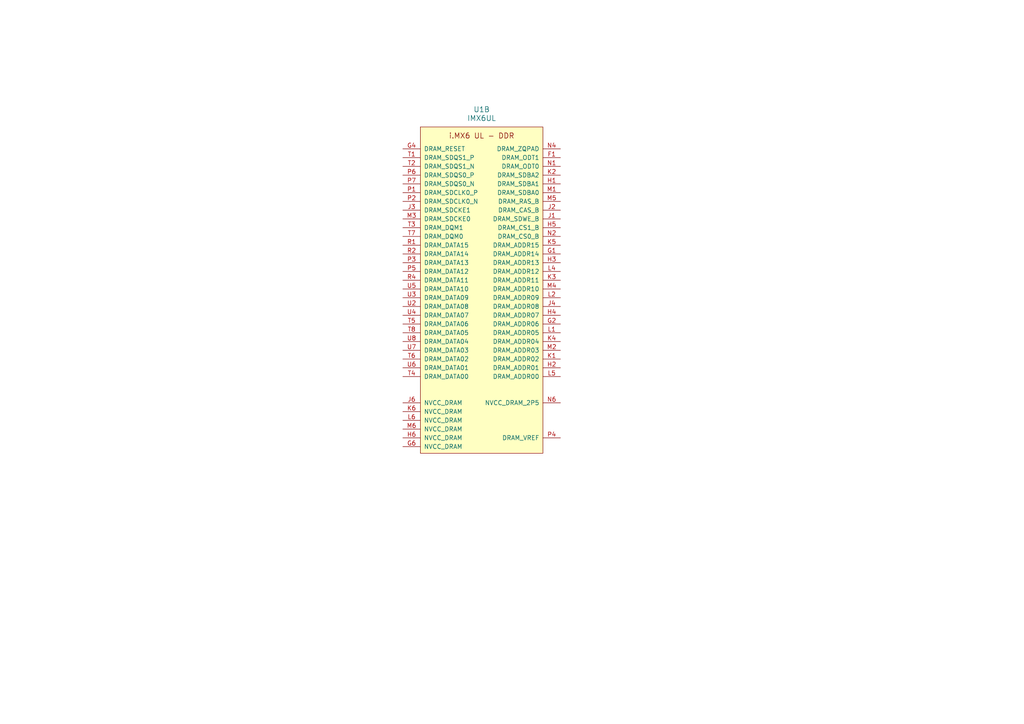
<source format=kicad_sch>
(kicad_sch (version 20231120) (generator "eeschema") (generator_version "8.0")
  (paper "A4")
  (lib_symbols
    (symbol "iMX6ULL_TestBoard:IMX6UL" (pin_names (offset 1.016))
      (property "Reference" "U" (at 0 5.08 0))
      (property "Value" "IMX6UL" (at 0 2.54 0))
      (symbol "IMX6UL_1_0"
        (rectangle (start -29.21 0) (end 29.21 -83.82) (fill (type background)))
        (rectangle (start -7.62 -8.89) (end 7.62 -13.97) (stroke (width 0.3048)))
        (rectangle (start -5.715 -78.105) (end 5.715 -81.915) (stroke (width 0.3048)))
        (rectangle (start -5.715 -55.245) (end 4.445 -59.055) (stroke (width 0.3048)))
        (rectangle (start -5.715 -48.895) (end 4.445 -52.705) (stroke (width 0.3048)))
        (polyline (pts (xy -14.605 -80.01) (xy -5.715 -80.01)) (stroke (width 0.3048)))
        (polyline (pts (xy -7.62 -11.43) (xy -15.24 -11.43)) (stroke (width 0.3048)))
        (polyline (pts (xy -5.715 -50.8) (xy -15.875 -50.8)) (stroke (width 0.3048)))
        (polyline (pts (xy 4.445 -57.15) (xy 17.78 -57.15)) (stroke (width 0.3048)))
        (polyline (pts (xy 4.445 -50.8) (xy 13.335 -50.8)) (stroke (width 0.3048)))
        (polyline (pts (xy 5.715 -80.01) (xy 13.335 -80.01)) (stroke (width 0.3048)))
        (polyline (pts (xy 7.62 -11.43) (xy 12.7 -11.43)) (stroke (width 0.3048)))
        (polyline (pts (xy -11.43 -50.8) (xy -11.43 -57.15) (xy -5.715 -57.15)) (stroke (width 0.3048)))
        (polyline (pts (xy 10.16 -11.43) (xy 10.16 -36.83) (xy 12.7 -36.83)) (stroke (width 0.3048)))
        (polyline (pts (xy -16.51 -3.81) (xy -15.24 -3.81) (xy -15.24 -19.05) (xy -16.51 -19.05)) (stroke (width 0.3048)))
        (polyline (pts (xy -7.62 -11.43) (xy -8.89 -12.065) (xy -8.89 -10.795) (xy -7.62 -11.43)) (stroke (width 0.3048)) (fill (type outline)))
        (polyline (pts (xy -6.985 -56.515) (xy -6.985 -57.785) (xy -5.715 -57.15) (xy -6.985 -56.515)) (stroke (width 0.3048)) (fill (type outline)))
        (polyline (pts (xy -5.715 -80.01) (xy -6.985 -80.645) (xy -6.985 -79.375) (xy -5.715 -80.01)) (stroke (width 0.3048)) (fill (type outline)))
        (polyline (pts (xy -5.715 -50.8) (xy -6.985 -50.165) (xy -6.985 -51.435) (xy -5.715 -50.8)) (stroke (width 0.3048)) (fill (type outline)))
        (polyline (pts (xy 13.335 -80.01) (xy 12.065 -79.375) (xy 12.065 -80.645) (xy 13.335 -80.01)) (stroke (width 0.3048)) (fill (type outline)))
        (polyline (pts (xy 13.335 -50.8) (xy 12.065 -51.435) (xy 12.065 -50.165) (xy 13.335 -50.8)) (stroke (width 0.3048)) (fill (type outline)))
        (polyline (pts (xy 13.97 -36.83) (xy 12.7 -37.465) (xy 12.7 -36.195) (xy 13.97 -36.83)) (stroke (width 0.3048)) (fill (type outline)))
        (polyline (pts (xy 13.97 -11.43) (xy 12.7 -12.065) (xy 12.7 -10.795) (xy 13.97 -11.43)) (stroke (width 0.3048)) (fill (type outline)))
        (polyline (pts (xy 15.24 -31.75) (xy 13.97 -31.75) (xy 13.97 -41.91) (xy 15.24 -41.91)) (stroke (width 0.3048)))
        (polyline (pts (xy 15.24 -3.81) (xy 13.97 -3.81) (xy 13.97 -29.21) (xy 15.24 -29.21)) (stroke (width 0.3048)))
        (polyline (pts (xy 17.78 -57.15) (xy 16.51 -56.515) (xy 16.51 -57.785) (xy 17.78 -57.15)) (stroke (width 0.3048)) (fill (type outline)))
        (polyline (pts (xy 14.605 -49.53) (xy 13.335 -49.53) (xy 13.335 -53.975) (xy 13.335 -54.61) (xy 14.605 -54.61)) (stroke (width 0.3048)))
        (text "i.MX6 UL - POWER" (at 0 -2.54 0) (effects (font (size 1.524 1.524))))
      )
      (symbol "IMX6UL_1_1"
        (text "LDO_1P1" (at -0.635 -57.15 0) (effects (font (size 1.27 1.27))))
        (text "LDO_2P5" (at -0.635 -50.8 0) (effects (font (size 1.27 1.27))))
        (text "LDO_ARM_SOC" (at 0 -11.43 0) (effects (font (size 1.27 1.27))))
        (text "LDO_SNVS" (at 0 -80.01 0) (effects (font (size 1.27 1.27))))
        (pin power_out line (at 34.29 -40.64 180) (length 5.08) (name "VDD_ARM_CAP") (number "G10"))
        (pin power_out line (at 34.29 -35.56 180) (length 5.08) (name "VDD_ARM_CAP") (number "G11"))
        (pin power_out line (at 34.29 -5.08 180) (length 5.08) (name "VDD_SOC_CAP") (number "G8"))
        (pin power_out line (at 34.29 -33.02 180) (length 5.08) (name "VDD_ARM_CAP") (number "G9"))
        (pin power_in line (at -34.29 -7.62 0) (length 5.08) (name "VDD_SOC_IN") (number "H10"))
        (pin power_out line (at 34.29 -38.1 180) (length 5.08) (name "VDD_ARM_CAP") (number "H11"))
        (pin power_out line (at 34.29 -17.78 180) (length 5.08) (name "VDD_SOC_CAP") (number "H8"))
        (pin power_in line (at -34.29 -5.08 0) (length 5.08) (name "VDD_SOC_IN") (number "H9"))
        (pin power_in line (at -34.29 -10.16 0) (length 5.08) (name "VDD_SOC_IN") (number "J10"))
        (pin power_out line (at 34.29 -12.7 180) (length 5.08) (name "VDD_SOC_CAP") (number "J11"))
        (pin power_out line (at 34.29 -20.32 180) (length 5.08) (name "VDD_SOC_CAP") (number "J8"))
        (pin power_in line (at -34.29 -15.24 0) (length 5.08) (name "VDD_SOC_IN") (number "J9"))
        (pin power_in line (at -34.29 -12.7 0) (length 5.08) (name "VDD_SOC_IN") (number "K10"))
        (pin power_out line (at 34.29 -15.24 180) (length 5.08) (name "VDD_SOC_CAP") (number "K11"))
        (pin power_out line (at 34.29 -22.86 180) (length 5.08) (name "VDD_SOC_CAP") (number "K8"))
        (pin power_in line (at -34.29 -17.78 0) (length 5.08) (name "VDD_SOC_IN") (number "K9"))
        (pin power_out line (at 34.29 -10.16 180) (length 5.08) (name "VDD_SOC_CAP") (number "L10"))
        (pin power_out line (at 34.29 -27.94 180) (length 5.08) (name "VDD_SOC_CAP") (number "L11"))
        (pin power_out line (at 34.29 -25.4 180) (length 5.08) (name "VDD_SOC_CAP") (number "L8"))
        (pin power_out line (at 34.29 -7.62 180) (length 5.08) (name "VDD_SOC_CAP") (number "L9"))
        (pin power_out line (at 34.29 -80.01 180) (length 5.08) (name "VDD_SNVS_CAP") (number "N12"))
        (pin power_in line (at -34.29 -50.8 0) (length 5.08) (name "VDD_HIGH_IN") (number "N13"))
        (pin power_in line (at -34.29 -80.01 0) (length 5.08) (name "VDD_SNVS_IN") (number "P12"))
        (pin power_out line (at 34.29 -57.15 180) (length 5.08) (name "NVCC_PLL") (number "P13"))
        (pin power_out line (at 34.29 -53.34 180) (length 5.08) (name "VDD_HIGH_CAP") (number "R14"))
        (pin power_out line (at 34.29 -50.8 180) (length 5.08) (name "VDD_HIGH_CAP") (number "R15"))
      )
      (symbol "IMX6UL_2_0"
        (rectangle (start -17.78 0) (end 17.78 -94.615) (fill (type background)))
        (text "i.MX6 UL - DDR" (at 0 -2.54 0) (effects (font (size 1.524 1.524))))
      )
      (symbol "IMX6UL_2_1"
        (pin input line (at 22.86 -8.89 180) (length 5.08) (name "DRAM_ODT1") (number "F1"))
        (pin input line (at 22.86 -36.83 180) (length 5.08) (name "DRAM_ADDR14") (number "G1"))
        (pin input line (at 22.86 -57.15 180) (length 5.08) (name "DRAM_ADDR06") (number "G2"))
        (pin input line (at -22.86 -6.35 0) (length 5.08) (name "DRAM_RESET") (number "G4"))
        (pin power_in line (at -22.86 -92.71 0) (length 5.08) (name "NVCC_DRAM") (number "G6"))
        (pin input line (at 22.86 -16.51 180) (length 5.08) (name "DRAM_SDBA1") (number "H1"))
        (pin input line (at 22.86 -69.85 180) (length 5.08) (name "DRAM_ADDR01") (number "H2"))
        (pin input line (at 22.86 -39.37 180) (length 5.08) (name "DRAM_ADDR13") (number "H3"))
        (pin input line (at 22.86 -54.61 180) (length 5.08) (name "DRAM_ADDR07") (number "H4"))
        (pin input line (at 22.86 -29.21 180) (length 5.08) (name "DRAM_CS1_B") (number "H5"))
        (pin power_in line (at -22.86 -90.17 0) (length 5.08) (name "NVCC_DRAM") (number "H6"))
        (pin input line (at 22.86 -26.67 180) (length 5.08) (name "DRAM_SDWE_B") (number "J1"))
        (pin input line (at 22.86 -24.13 180) (length 5.08) (name "DRAM_CAS_B") (number "J2"))
        (pin input line (at -22.86 -24.13 0) (length 5.08) (name "DRAM_SDCKE1") (number "J3"))
        (pin input line (at 22.86 -52.07 180) (length 5.08) (name "DRAM_ADDR08") (number "J4"))
        (pin power_in line (at -22.86 -80.01 0) (length 5.08) (name "NVCC_DRAM") (number "J6"))
        (pin input line (at 22.86 -67.31 180) (length 5.08) (name "DRAM_ADDR02") (number "K1"))
        (pin input line (at 22.86 -13.97 180) (length 5.08) (name "DRAM_SDBA2") (number "K2"))
        (pin input line (at 22.86 -44.45 180) (length 5.08) (name "DRAM_ADDR11") (number "K3"))
        (pin input line (at 22.86 -62.23 180) (length 5.08) (name "DRAM_ADDR04") (number "K4"))
        (pin input line (at 22.86 -34.29 180) (length 5.08) (name "DRAM_ADDR15") (number "K5"))
        (pin power_in line (at -22.86 -82.55 0) (length 5.08) (name "NVCC_DRAM") (number "K6"))
        (pin input line (at 22.86 -59.69 180) (length 5.08) (name "DRAM_ADDR05") (number "L1"))
        (pin input line (at 22.86 -49.53 180) (length 5.08) (name "DRAM_ADDR09") (number "L2"))
        (pin input line (at 22.86 -41.91 180) (length 5.08) (name "DRAM_ADDR12") (number "L4"))
        (pin input line (at 22.86 -72.39 180) (length 5.08) (name "DRAM_ADDR00") (number "L5"))
        (pin power_in line (at -22.86 -85.09 0) (length 5.08) (name "NVCC_DRAM") (number "L6"))
        (pin input line (at 22.86 -19.05 180) (length 5.08) (name "DRAM_SDBA0") (number "M1"))
        (pin input line (at 22.86 -64.77 180) (length 5.08) (name "DRAM_ADDR03") (number "M2"))
        (pin input line (at -22.86 -26.67 0) (length 5.08) (name "DRAM_SDCKE0") (number "M3"))
        (pin input line (at 22.86 -46.99 180) (length 5.08) (name "DRAM_ADDR10") (number "M4"))
        (pin input line (at 22.86 -21.59 180) (length 5.08) (name "DRAM_RAS_B") (number "M5"))
        (pin power_in line (at -22.86 -87.63 0) (length 5.08) (name "NVCC_DRAM") (number "M6"))
        (pin input line (at 22.86 -11.43 180) (length 5.08) (name "DRAM_ODT0") (number "N1"))
        (pin input line (at 22.86 -31.75 180) (length 5.08) (name "DRAM_CS0_B") (number "N2"))
        (pin input line (at 22.86 -6.35 180) (length 5.08) (name "DRAM_ZQPAD") (number "N4"))
        (pin power_in line (at 22.86 -80.01 180) (length 5.08) (name "NVCC_DRAM_2P5") (number "N6"))
        (pin input line (at -22.86 -19.05 0) (length 5.08) (name "DRAM_SDCLK0_P") (number "P1"))
        (pin input line (at -22.86 -21.59 0) (length 5.08) (name "DRAM_SDCLK0_N") (number "P2"))
        (pin input line (at -22.86 -39.37 0) (length 5.08) (name "DRAM_DATA13") (number "P3"))
        (pin input line (at 22.86 -90.17 180) (length 5.08) (name "DRAM_VREF") (number "P4"))
        (pin input line (at -22.86 -41.91 0) (length 5.08) (name "DRAM_DATA12") (number "P5"))
        (pin input line (at -22.86 -13.97 0) (length 5.08) (name "DRAM_SDQS0_P") (number "P6"))
        (pin input line (at -22.86 -16.51 0) (length 5.08) (name "DRAM_SDQS0_N") (number "P7"))
        (pin input line (at -22.86 -34.29 0) (length 5.08) (name "DRAM_DATA15") (number "R1"))
        (pin input line (at -22.86 -36.83 0) (length 5.08) (name "DRAM_DATA14") (number "R2"))
        (pin input line (at -22.86 -44.45 0) (length 5.08) (name "DRAM_DATA11") (number "R4"))
        (pin input line (at -22.86 -8.89 0) (length 5.08) (name "DRAM_SDQS1_P") (number "T1"))
        (pin input line (at -22.86 -11.43 0) (length 5.08) (name "DRAM_SDQS1_N") (number "T2"))
        (pin input line (at -22.86 -29.21 0) (length 5.08) (name "DRAM_DQM1") (number "T3"))
        (pin input line (at -22.86 -72.39 0) (length 5.08) (name "DRAM_DATA00") (number "T4"))
        (pin input line (at -22.86 -57.15 0) (length 5.08) (name "DRAM_DATA06") (number "T5"))
        (pin input line (at -22.86 -67.31 0) (length 5.08) (name "DRAM_DATA02") (number "T6"))
        (pin input line (at -22.86 -31.75 0) (length 5.08) (name "DRAM_DQM0") (number "T7"))
        (pin input line (at -22.86 -59.69 0) (length 5.08) (name "DRAM_DATA05") (number "T8"))
        (pin input line (at -22.86 -52.07 0) (length 5.08) (name "DRAM_DATA08") (number "U2"))
        (pin input line (at -22.86 -49.53 0) (length 5.08) (name "DRAM_DATA09") (number "U3"))
        (pin input line (at -22.86 -54.61 0) (length 5.08) (name "DRAM_DATA07") (number "U4"))
        (pin input line (at -22.86 -46.99 0) (length 5.08) (name "DRAM_DATA10") (number "U5"))
        (pin input line (at -22.86 -69.85 0) (length 5.08) (name "DRAM_DATA01") (number "U6"))
        (pin input line (at -22.86 -64.77 0) (length 5.08) (name "DRAM_DATA03") (number "U7"))
        (pin input line (at -22.86 -62.23 0) (length 5.08) (name "DRAM_DATA04") (number "U8"))
      )
      (symbol "IMX6UL_3_0"
        (rectangle (start -16.51 -34.29) (end 16.51 0) (fill (type background)))
        (text "i.MX6 UL - NAND" (at -1.27 -2.54 0) (effects (font (size 1.524 1.524))))
      )
      (symbol "IMX6UL_3_1"
        (pin input line (at -21.59 -16.51 0) (length 5.08) (name "NAND_READY_B") (number "A3"))
        (pin input line (at -21.59 -24.13 0) (length 5.08) (name "NAND_CLE") (number "A4"))
        (pin input line (at 21.59 -11.43 180) (length 5.08) (name "NAND_DATA07") (number "A5"))
        (pin input line (at 21.59 -13.97 180) (length 5.08) (name "NAND_DATA06") (number "A6"))
        (pin input line (at 21.59 -24.13 180) (length 5.08) (name "NAND_DATA02") (number "A7"))
        (pin input line (at -21.59 -31.75 0) (length 5.08) (name "NAND_ALE") (number "B4"))
        (pin input line (at -21.59 -26.67 0) (length 5.08) (name "NAND_CE1_B") (number "B5"))
        (pin input line (at 21.59 -16.51 180) (length 5.08) (name "NAND_DATA05") (number "B6"))
        (pin input line (at 21.59 -26.67 180) (length 5.08) (name "NAND_DATA01") (number "B7"))
        (pin input line (at -21.59 -29.21 0) (length 5.08) (name "NAND_CE0_B") (number "C5"))
        (pin input line (at 21.59 -19.05 180) (length 5.08) (name "NAND_DATA04") (number "C6"))
        (pin input line (at -21.59 -13.97 0) (length 5.08) (name "NAND_WE_B") (number "C8"))
        (pin input line (at -21.59 -11.43 0) (length 5.08) (name "NAND_WP_B") (number "D5"))
        (pin input line (at 21.59 -21.59 180) (length 5.08) (name "NAND_DATA03") (number "D6"))
        (pin input line (at 21.59 -29.21 180) (length 5.08) (name "NAND_DATA00") (number "D7"))
        (pin input line (at -21.59 -19.05 0) (length 5.08) (name "NAND_RE_B") (number "D8"))
        (pin input line (at -21.59 -21.59 0) (length 5.08) (name "NAND_DQS") (number "E6"))
        (pin power_in line (at -21.59 -6.35 0) (length 5.08) (name "NVCC_NAND") (number "E7"))
      )
      (symbol "IMX6UL_4_0"
        (rectangle (start 13.97 -38.1) (end -12.7 0) (fill (type background)))
        (text "i.MX6 UL - CSI" (at 0 -2.54 0) (effects (font (size 1.524 1.524))))
      )
      (symbol "IMX6UL_4_1"
        (pin input line (at 19.05 -6.35 180) (length 5.08) (name "CSI_DATA07") (number "D1"))
        (pin input line (at 19.05 -8.89 180) (length 5.08) (name "CSI_DATA06") (number "D2"))
        (pin input line (at 19.05 -11.43 180) (length 5.08) (name "CSI_DATA05") (number "D3"))
        (pin input line (at 19.05 -13.97 180) (length 5.08) (name "CSI_DATA04") (number "D4"))
        (pin input line (at 19.05 -16.51 180) (length 5.08) (name "CSI_DATA03") (number "E1"))
        (pin input line (at 19.05 -19.05 180) (length 5.08) (name "CSI_DATA02") (number "E2"))
        (pin input line (at 19.05 -21.59 180) (length 5.08) (name "CSI_DATA01") (number "E3"))
        (pin input line (at 19.05 -24.13 180) (length 5.08) (name "CSI_DATA00") (number "E4"))
        (pin input line (at 19.05 -31.75 180) (length 5.08) (name "CSI_PIXCLK") (number "E5"))
        (pin input line (at 19.05 -29.21 180) (length 5.08) (name "CSI_VSYNC") (number "F2"))
        (pin input line (at 19.05 -36.83 180) (length 5.08) (name "CSI_HSYNC") (number "F3"))
        (pin power_in line (at -17.78 -6.35 0) (length 5.08) (name "NVCC_CSI") (number "F4"))
        (pin input line (at 19.05 -34.29 180) (length 5.08) (name "CSI_MCLK") (number "F5"))
      )
      (symbol "IMX6UL_5_0"
        (rectangle (start 12.7 -31.75) (end -12.7 0) (fill (type background)))
        (text "i.MX6 UL - GPIO" (at 0 -2.54 0) (effects (font (size 1.524 1.524))))
      )
      (symbol "IMX6UL_5_1"
        (pin power_in line (at -17.78 -6.35 0) (length 5.08) (name "NVCC_GPIO") (number "J13"))
        (pin input line (at 17.78 -29.21 180) (length 5.08) (name "GPIO1_IO00") (number "K13"))
        (pin input line (at 17.78 -13.97 180) (length 5.08) (name "GPIO1_IO06") (number "K17"))
        (pin input line (at 17.78 -24.13 180) (length 5.08) (name "GPIO1_IO02") (number "L14"))
        (pin input line (at 17.78 -26.67 180) (length 5.08) (name "GPIO1_IO01") (number "L15"))
        (pin input line (at 17.78 -11.43 180) (length 5.08) (name "GPIO1_IO07") (number "L16"))
        (pin input line (at 17.78 -21.59 180) (length 5.08) (name "GPIO1_IO03") (number "L17"))
        (pin input line (at 17.78 -6.35 180) (length 5.08) (name "GPIO1_IO09") (number "M15"))
        (pin input line (at 17.78 -19.05 180) (length 5.08) (name "GPIO1_IO04") (number "M16"))
        (pin input line (at 17.78 -16.51 180) (length 5.08) (name "GPIO1_IO05") (number "M17"))
        (pin input line (at 17.78 -8.89 180) (length 5.08) (name "GPIO1_IO08") (number "N17"))
      )
      (symbol "IMX6UL_6_0"
        (rectangle (start 16.51 -46.99) (end -16.51 0) (fill (type background)))
        (text "i.MX6 UL - LCD" (at 0 -2.54 0) (effects (font (size 1.524 1.524))))
      )
      (symbol "IMX6UL_6_1"
        (pin input line (at -21.59 -29.21 0) (length 5.08) (name "LCD_DATA06") (number "A10"))
        (pin input line (at 21.59 -41.91 180) (length 5.08) (name "LCD_DATA09") (number "A11"))
        (pin input line (at 21.59 -29.21 180) (length 5.08) (name "LCD_DATA14") (number "A12"))
        (pin input line (at 21.59 -19.05 180) (length 5.08) (name "LCD_DATA18") (number "A13"))
        (pin input line (at 21.59 -8.89 180) (length 5.08) (name "LCD_DATA22") (number "A14"))
        (pin input line (at -21.59 -11.43 0) (length 5.08) (name "LCD_CLK") (number "A8"))
        (pin input line (at -21.59 -41.91 0) (length 5.08) (name "LCD_DATA01") (number "A9"))
        (pin input line (at -21.59 -31.75 0) (length 5.08) (name "LCD_DATA05") (number "B10"))
        (pin input line (at 21.59 -44.45 180) (length 5.08) (name "LCD_DATA08") (number "B11"))
        (pin input line (at 21.59 -31.75 180) (length 5.08) (name "LCD_DATA13") (number "B12"))
        (pin input line (at 21.59 -21.59 180) (length 5.08) (name "LCD_DATA17") (number "B13"))
        (pin input line (at 21.59 -11.43 180) (length 5.08) (name "LCD_DATA21") (number "B14"))
        (pin input line (at 21.59 -6.35 180) (length 5.08) (name "LCD_DATA23") (number "B16"))
        (pin input line (at -21.59 -16.51 0) (length 5.08) (name "LCD_ENABLE") (number "B8"))
        (pin input line (at -21.59 -44.45 0) (length 5.08) (name "LCD_DATA00") (number "B9"))
        (pin input line (at -21.59 -34.29 0) (length 5.08) (name "LCD_DATA04") (number "C10"))
        (pin input line (at 21.59 -34.29 180) (length 5.08) (name "LCD_DATA12") (number "C12"))
        (pin input line (at 21.59 -24.13 180) (length 5.08) (name "LCD_DATA16") (number "C13"))
        (pin input line (at 21.59 -13.97 180) (length 5.08) (name "LCD_DATA20") (number "C14"))
        (pin input line (at -21.59 -19.05 0) (length 5.08) (name "LCD_VSYNC") (number "C9"))
        (pin input line (at -21.59 -36.83 0) (length 5.08) (name "LCD_DATA03") (number "D10"))
        (pin input line (at -21.59 -26.67 0) (length 5.08) (name "LCD_DATA07") (number "D11"))
        (pin input line (at 21.59 -36.83 180) (length 5.08) (name "LCD_DATA11") (number "D12"))
        (pin input line (at 21.59 -26.67 180) (length 5.08) (name "LCD_DATA15") (number "D13"))
        (pin input line (at 21.59 -16.51 180) (length 5.08) (name "LCD_DATA19") (number "D14"))
        (pin input line (at -21.59 -21.59 0) (length 5.08) (name "LCD_HSYNC") (number "D9"))
        (pin input line (at -21.59 -39.37 0) (length 5.08) (name "LCD_DATA02") (number "E10"))
        (pin input line (at 21.59 -39.37 180) (length 5.08) (name "LCD_DATA10") (number "E12"))
        (pin power_in line (at -21.59 -6.35 0) (length 5.08) (name "NVCC_LCD") (number "E13"))
        (pin input line (at -21.59 -13.97 0) (length 5.08) (name "LCD_RESET") (number "E9"))
      )
      (symbol "IMX6UL_7_0"
        (rectangle (start -12.7 -24.13) (end -2.54 -29.21) (stroke (width 0.3048)))
        (rectangle (start 15.24 0) (end -13.97 -30.48) (fill (type background)))
        (text "i.MX6 UL - USB" (at 0 -2.54 0) (effects (font (size 1.524 1.524))))
      )
      (symbol "IMX6UL_7_1"
        (polyline (pts (xy -10.16 -17.78) (xy -10.16 -24.13)) (stroke (width 0.3048)))
        (polyline (pts (xy -10.16 -8.255) (xy -10.16 -15.24)) (stroke (width 0.3048)))
        (polyline (pts (xy -7.62 -18.415) (xy -7.62 -24.13)) (stroke (width 0.3048)))
        (polyline (pts (xy -2.54 -26.67) (xy 0 -26.67)) (stroke (width 0.3048)))
        (polyline (pts (xy -10.16 -24.13) (xy -9.525 -22.86) (xy -10.795 -22.86) (xy -10.16 -24.13)) (stroke (width 0.3048)) (fill (type outline)))
        (polyline (pts (xy -7.62 -24.13) (xy -6.985 -22.86) (xy -8.255 -22.86) (xy -7.62 -24.13)) (stroke (width 0.3048)) (fill (type outline)))
        (polyline (pts (xy 0.635 -26.67) (xy -0.635 -27.305) (xy -0.635 -26.035) (xy 0.635 -26.67)) (stroke (width 0.3048)) (fill (type outline)))
        (text "LDO_USB" (at -7.62 -26.67 0) (effects (font (size 1.27 1.27))))
        (pin power_out line (at 20.32 -26.67 180) (length 5.08) (name "VDD_USB_CAP") (number "R12"))
        (pin power_in line (at -19.05 -6.35 0) (length 5.08) (name "USB_OTG1_VBUS") (number "T12"))
        (pin input line (at 20.32 -19.05 180) (length 5.08) (name "USB_OTG2_DN") (number "T13"))
        (pin input line (at 20.32 -11.43 180) (length 5.08) (name "USB_OTG1_DN") (number "T15"))
        (pin power_in line (at -19.05 -16.51 0) (length 5.08) (name "USB_OTG2_VBUS") (number "U12"))
        (pin input line (at 20.32 -21.59 180) (length 5.08) (name "USB_OTG2_DP") (number "U13"))
        (pin input line (at 20.32 -13.97 180) (length 5.08) (name "USB_OTG1_DP") (number "U15"))
        (pin input line (at 20.32 -8.89 180) (length 5.08) (name "USB_OTG1_CHD_B") (number "U16"))
      )
      (symbol "IMX6UL_8_0"
        (rectangle (start 12.7 -20.32) (end -12.7 0) (fill (type background)))
        (text "i.MX6 UL - SD" (at 0 -2.54 0) (effects (font (size 1.524 1.524))))
      )
      (symbol "IMX6UL_8_1"
        (pin input line (at 17.78 -5.08 180) (length 5.08) (name "SD1_DATA3") (number "A2"))
        (pin input line (at 17.78 -7.62 180) (length 5.08) (name "SD1_DATA2") (number "B1"))
        (pin input line (at 17.78 -10.16 180) (length 5.08) (name "SD1_DATA1") (number "B2"))
        (pin input line (at 17.78 -12.7 180) (length 5.08) (name "SD1_DATA0") (number "B3"))
        (pin input line (at 17.78 -17.78 180) (length 5.08) (name "SD1_CLK") (number "C1"))
        (pin input line (at 17.78 -15.24 180) (length 5.08) (name "SD1_CMD") (number "C2"))
        (pin power_in line (at -17.78 -5.08 0) (length 5.08) (name "NVCC_SD1") (number "C4"))
      )
      (symbol "IMX6UL_9_0"
        (rectangle (start -17.78 -31.75) (end 17.78 0) (fill (type background)))
        (text "i.MX6 UL - ETHERNET" (at 0 -2.54 0) (effects (font (size 1.524 1.524))))
      )
      (symbol "IMX6UL_9_1"
        (pin input line (at 22.86 -16.51 180) (length 5.08) (name "ENET2_TX_DATA0") (number "A15"))
        (pin input line (at 22.86 -13.97 180) (length 5.08) (name "ENET2_TX_DATA1") (number "A16"))
        (pin input line (at 22.86 -11.43 180) (length 5.08) (name "ENET2_TX_EN") (number "B15"))
        (pin input line (at 22.86 -24.13 180) (length 5.08) (name "ENET2_RX_EN") (number "B17"))
        (pin input line (at 22.86 -26.67 180) (length 5.08) (name "ENET2_RX_DATA1") (number "C16"))
        (pin input line (at 22.86 -29.21 180) (length 5.08) (name "ENET2_RX_DATA0") (number "C17"))
        (pin input line (at -22.86 -21.59 0) (length 5.08) (name "ENET1_RX_ER") (number "D15"))
        (pin input line (at 22.86 -21.59 180) (length 5.08) (name "ENET2_RX_ER") (number "D16"))
        (pin input line (at 22.86 -19.05 180) (length 5.08) (name "ENET2_TX_CLK") (number "D17"))
        (pin input line (at -22.86 -13.97 0) (length 5.08) (name "ENET1_TX_DATA1") (number "E14"))
        (pin input line (at -22.86 -16.51 0) (length 5.08) (name "ENET1_TX_DATA0") (number "E15"))
        (pin input line (at -22.86 -24.13 0) (length 5.08) (name "ENET1_RX_EN") (number "E16"))
        (pin input line (at -22.86 -26.67 0) (length 5.08) (name "ENET1_RX_DATA1") (number "E17"))
        (pin power_in line (at -22.86 -6.35 0) (length 5.08) (name "NVCC_ENET") (number "F13"))
        (pin input line (at -22.86 -19.05 0) (length 5.08) (name "ENET1_TX_CLK") (number "F14"))
        (pin input line (at -22.86 -11.43 0) (length 5.08) (name "ENET1_TX_EN") (number "F15"))
        (pin input line (at -22.86 -29.21 0) (length 5.08) (name "ENET1_RX_DATA0") (number "F16"))
      )
      (symbol "IMX6UL_10_0"
        (rectangle (start -20.32 0) (end 20.32 -68.58) (fill (type background)))
        (text "i.MX6 UL - CONTROL" (at 0 -2.54 0) (effects (font (size 1.524 1.524))))
      )
      (symbol "IMX6UL_10_1"
        (pin power_in line (at -25.4 -63.5 0) (length 5.08) (name "VDDA_ADC_3P3") (number "L13"))
        (pin power_in line (at -25.4 -66.04 0) (length 5.08) (name "ADC_VREFH") (number "M13"))
        (pin input line (at 25.4 -16.51 180) (length 5.08) (name "JTAG_TCK") (number "M14"))
        (pin input line (at 25.4 -29.21 180) (length 5.08) (name "SNVS_TAMPER7") (number "N10"))
        (pin input line (at 25.4 -31.75 180) (length 5.08) (name "SNVS_TAMPER6") (number "N11"))
        (pin input line (at 25.4 -6.35 180) (length 5.08) (name "JTAG_TRST_B") (number "N14"))
        (pin input line (at 25.4 -11.43 180) (length 5.08) (name "JTAG_TDO") (number "N15"))
        (pin input line (at 25.4 -13.97 180) (length 5.08) (name "JTAG_TDI") (number "N16"))
        (pin input line (at -25.4 -35.56 0) (length 5.08) (name "TEST_MODE") (number "N7"))
        (pin input line (at 25.4 -34.29 180) (length 5.08) (name "SNVS_TAMPER5") (number "N8"))
        (pin input line (at 25.4 -26.67 180) (length 5.08) (name "SNVS_TAMPER8") (number "N9"))
        (pin input line (at 25.4 -39.37 180) (length 5.08) (name "SNVS_TAMPER3") (number "P10"))
        (pin input line (at 25.4 -41.91 180) (length 5.08) (name "SNVS_TAMPER2") (number "P11"))
        (pin input line (at 25.4 -8.89 180) (length 5.08) (name "JTAG_TMS") (number "P14"))
        (pin input line (at 25.4 -19.05 180) (length 5.08) (name "JTAG_MOD") (number "P15"))
        (pin bidirectional line (at 25.4 -57.15 180) (length 5.08) (name "CCM_CLK1_N") (number "P16"))
        (pin bidirectional line (at 25.4 -54.61 180) (length 5.08) (name "CCM_CLK1_P") (number "P17"))
        (pin input line (at -25.4 -20.32 0) (length 5.08) (name "POR_B") (number "P8"))
        (pin input line (at 25.4 -36.83 180) (length 5.08) (name "SNVS_TAMPER4") (number "P9"))
        (pin input line (at 25.4 -46.99 180) (length 5.08) (name "SNVS_TAMPER0") (number "R10"))
        (pin input line (at -25.4 -30.48 0) (length 5.08) (name "GPANIO") (number "R13"))
        (pin input line (at 25.4 -24.13 180) (length 5.08) (name "SNVS_TAMPER9") (number "R6"))
        (pin input line (at -25.4 -22.86 0) (length 5.08) (name "ONOFF") (number "R8"))
        (pin input line (at 25.4 -44.45 180) (length 5.08) (name "SNVS_TAMPER1") (number "R9"))
        (pin input line (at -25.4 -8.89 0) (length 5.08) (name "BOOT_MODE0") (number "T10"))
        (pin input line (at -25.4 -45.72 0) (length 5.08) (name "RTC_XTALI") (number "T11"))
        (pin input line (at -25.4 -57.15 0) (length 5.08) (name "XTALI") (number "T16"))
        (pin input line (at -25.4 -54.61 0) (length 5.08) (name "XTALO") (number "T17"))
        (pin input line (at -25.4 -17.78 0) (length 5.08) (name "SNVS_PMIC_ON_REQ") (number "T9"))
        (pin input line (at -25.4 -6.35 0) (length 5.08) (name "BOOT_MODE1") (number "U10"))
        (pin input line (at -25.4 -43.18 0) (length 5.08) (name "RTC_XTALO") (number "U11"))
        (pin input line (at -25.4 -15.24 0) (length 5.08) (name "CCM_PMIC_STBY_REQ") (number "U9"))
      )
      (symbol "IMX6UL_11_0"
        (rectangle (start -17.78 0) (end 16.51 -57.15) (fill (type background)))
        (text "i.MX6 UL - UART" (at 0 -2.54 0) (effects (font (size 1.524 1.524))))
      )
      (symbol "IMX6UL_11_1"
        (pin input line (at 21.59 -54.61 180) (length 5.08) (name "UART5_TX_DATA") (number "F17"))
        (pin input line (at 21.59 -52.07 180) (length 5.08) (name "UART5_RX_DATA") (number "G13"))
        (pin input line (at 21.59 -34.29 180) (length 5.08) (name "UART3_RTS_B") (number "G14"))
        (pin input line (at 21.59 -44.45 180) (length 5.08) (name "UART4_RX_DATA") (number "G16"))
        (pin input line (at 21.59 -46.99 180) (length 5.08) (name "UART4_TX_DATA") (number "G17"))
        (pin power_in line (at -22.86 -6.35 0) (length 5.08) (name "NVCC_UART") (number "H13"))
        (pin input line (at 21.59 -21.59 180) (length 5.08) (name "UART2_RTS_B") (number "H14"))
        (pin input line (at 21.59 -31.75 180) (length 5.08) (name "UART3_CTS_B") (number "H15"))
        (pin input line (at 21.59 -36.83 180) (length 5.08) (name "UART3_RX_DATA") (number "H16"))
        (pin input line (at 21.59 -39.37 180) (length 5.08) (name "UART3_TX_DATA") (number "H17"))
        (pin input line (at 21.59 -8.89 180) (length 5.08) (name "UART1_RTS_B") (number "J14"))
        (pin input line (at 21.59 -19.05 180) (length 5.08) (name "UART2_CTS_B") (number "J15"))
        (pin input line (at 21.59 -24.13 180) (length 5.08) (name "UART2_RX_DATA") (number "J16"))
        (pin input line (at 21.59 -26.67 180) (length 5.08) (name "UART2_TX_DATA") (number "J17"))
        (pin input line (at 21.59 -13.97 180) (length 5.08) (name "UART1_TX_DATA") (number "K14"))
        (pin input line (at 21.59 -6.35 180) (length 5.08) (name "UART1_CTS_B") (number "K15"))
        (pin input line (at 21.59 -11.43 180) (length 5.08) (name "UART1_RX_DATA") (number "K16"))
      )
      (symbol "IMX6UL_12_0"
        (rectangle (start -17.78 0) (end 16.51 -66.04) (fill (type background)))
        (text "i.MX6 UL - GND" (at 0 -2.54 0) (effects (font (size 1.524 1.524))))
      )
      (symbol "IMX6UL_12_1"
        (pin power_in line (at -22.86 -5.08 0) (length 5.08) (name "VSS") (number "A1"))
        (pin power_in line (at 21.59 -58.42 180) (length 5.08) (name "VSS") (number "A17"))
        (pin power_in line (at -22.86 -30.48 0) (length 5.08) (name "VSS") (number "C11"))
        (pin power_in line (at 21.59 -25.4 180) (length 5.08) (name "VSS") (number "C15"))
        (pin power_in line (at -22.86 -35.56 0) (length 5.08) (name "VSS") (number "C3"))
        (pin power_in line (at 21.59 -12.7 180) (length 5.08) (name "VSS") (number "C7"))
        (pin power_in line (at 21.59 -30.48 180) (length 5.08) (name "VSS") (number "E11"))
        (pin power_in line (at 21.59 -7.62 180) (length 5.08) (name "VSS") (number "E8"))
        (pin power_in line (at -22.86 -55.88 0) (length 5.08) (name "VSS") (number "F10"))
        (pin power_in line (at 21.59 -33.02 180) (length 5.08) (name "VSS") (number "F11"))
        (pin power_in line (at 21.59 -40.64 180) (length 5.08) (name "VSS") (number "F12"))
        (pin power_in line (at -22.86 -63.5 0) (length 5.08) (name "VSS") (number "F6"))
        (pin power_in line (at -22.86 -7.62 0) (length 5.08) (name "VSS") (number "F7"))
        (pin power_in line (at 21.59 -10.16 180) (length 5.08) (name "VSS") (number "F8"))
        (pin power_in line (at 21.59 -17.78 180) (length 5.08) (name "VSS") (number "F9"))
        (pin power_in line (at 21.59 -43.18 180) (length 5.08) (name "VSS") (number "G12"))
        (pin power_in line (at 21.59 -27.94 180) (length 5.08) (name "VSS") (number "G15"))
        (pin power_in line (at -22.86 -38.1 0) (length 5.08) (name "VSS") (number "G3"))
        (pin power_in line (at -22.86 -48.26 0) (length 5.08) (name "VSS") (number "G5"))
        (pin power_in line (at -22.86 -10.16 0) (length 5.08) (name "VSS") (number "G7"))
        (pin power_in line (at 21.59 -48.26 180) (length 5.08) (name "VSS") (number "H12"))
        (pin power_in line (at -22.86 -12.7 0) (length 5.08) (name "VSS") (number "H7"))
        (pin power_in line (at 21.59 -45.72 180) (length 5.08) (name "VSS") (number "J12"))
        (pin power_in line (at -22.86 -50.8 0) (length 5.08) (name "VSS") (number "J5"))
        (pin power_in line (at -22.86 -15.24 0) (length 5.08) (name "VSS") (number "J7"))
        (pin power_in line (at 21.59 -50.8 180) (length 5.08) (name "VSS") (number "K12"))
        (pin power_in line (at -22.86 -17.78 0) (length 5.08) (name "VSS") (number "K7"))
        (pin power_in line (at 21.59 -53.34 180) (length 5.08) (name "VSS") (number "L12"))
        (pin power_in line (at -22.86 -40.64 0) (length 5.08) (name "VSS") (number "L3"))
        (pin power_in line (at -22.86 -20.32 0) (length 5.08) (name "VSS") (number "L7"))
        (pin power_in line (at -22.86 -27.94 0) (length 5.08) (name "VSS") (number "M10"))
        (pin power_in line (at 21.59 -35.56 180) (length 5.08) (name "VSS") (number "M11"))
        (pin power_in line (at 21.59 -63.5 180) (length 5.08) (name "NGND_KEL0") (number "M12"))
        (pin power_in line (at -22.86 -22.86 0) (length 5.08) (name "VSS") (number "M7"))
        (pin power_in line (at 21.59 -15.24 180) (length 5.08) (name "VSS") (number "M8"))
        (pin power_in line (at -22.86 -53.34 0) (length 5.08) (name "VSS") (number "M9"))
        (pin power_in line (at -22.86 -43.18 0) (length 5.08) (name "VSS") (number "N3"))
        (pin power_in line (at -22.86 -58.42 0) (length 5.08) (name "VSS") (number "N5"))
        (pin power_in line (at 21.59 -38.1 180) (length 5.08) (name "VSS") (number "R11"))
        (pin power_in line (at 21.59 -55.88 180) (length 5.08) (name "VSS") (number "R16"))
        (pin power_in line (at 21.59 -5.08 180) (length 5.08) (name "VSS") (number "R17"))
        (pin power_in line (at -22.86 -45.72 0) (length 5.08) (name "VSS") (number "R3"))
        (pin power_in line (at -22.86 -60.96 0) (length 5.08) (name "VSS") (number "R5"))
        (pin power_in line (at -22.86 -25.4 0) (length 5.08) (name "VSS") (number "R7"))
        (pin power_in line (at 21.59 -20.32 180) (length 5.08) (name "VSS") (number "T14"))
        (pin power_in line (at -22.86 -33.02 0) (length 5.08) (name "VSS") (number "U1"))
        (pin power_in line (at 21.59 -22.86 180) (length 5.08) (name "VSS") (number "U14"))
        (pin power_in line (at 21.59 -60.96 180) (length 5.08) (name "VSS") (number "U17"))
      )
    )
  )
  (symbol (lib_id "iMX6ULL_TestBoard:IMX6UL") (at 139.7 36.83 0) (unit 2)
    (property "Reference" "U1" (at 139.7 31.75 0) (effects (font (size 1.524 1.524))))
    (property "Value" "IMX6UL" (at 139.7 34.29 0) (effects (font (size 1.524 1.524))))
  )
)
</source>
